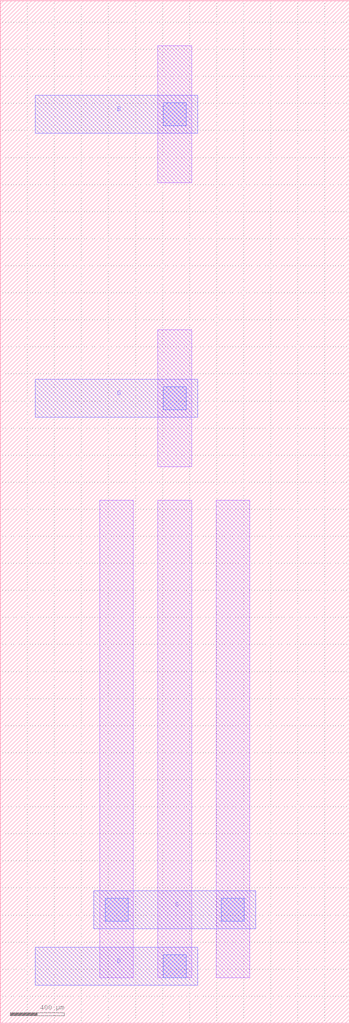
<source format=lef>
MACRO NMOS_4T_81744335_X1_Y1
  UNITS 
    DATABASE MICRONS UNITS 1000;
  END UNITS 
  ORIGIN 0 0 ;
  FOREIGN NMOS_4T_81744335_X1_Y1 0 0 ;
  SIZE 2580 BY 7560 ;
  PIN B
    DIRECTION INOUT ;
    USE SIGNAL ;
    PORT
      LAYER M2 ;
        RECT 260 6580 1460 6860 ;
    END
  END B
  PIN D
    DIRECTION INOUT ;
    USE SIGNAL ;
    PORT
      LAYER M2 ;
        RECT 260 280 1460 560 ;
    END
  END D
  PIN G
    DIRECTION INOUT ;
    USE SIGNAL ;
    PORT
      LAYER M2 ;
        RECT 260 4480 1460 4760 ;
    END
  END G
  PIN S
    DIRECTION INOUT ;
    USE SIGNAL ;
    PORT
      LAYER M2 ;
        RECT 690 700 1890 980 ;
    END
  END S
  OBS
    LAYER M1 ;
      RECT 1165 335 1415 3865 ;
    LAYER M1 ;
      RECT 1165 4115 1415 5125 ;
    LAYER M1 ;
      RECT 1165 6215 1415 7225 ;
    LAYER M1 ;
      RECT 735 335 985 3865 ;
    LAYER M1 ;
      RECT 1595 335 1845 3865 ;
    LAYER V1 ;
      RECT 1205 335 1375 505 ;
    LAYER V1 ;
      RECT 1205 4535 1375 4705 ;
    LAYER V1 ;
      RECT 1205 6635 1375 6805 ;
    LAYER V1 ;
      RECT 775 755 945 925 ;
    LAYER V1 ;
      RECT 1635 755 1805 925 ;
  END
END NMOS_4T_81744335_X1_Y1
MACRO PMOS_4T_13952555_X1_Y1
  UNITS 
    DATABASE MICRONS UNITS 1000;
  END UNITS 
  ORIGIN 0 0 ;
  FOREIGN PMOS_4T_13952555_X1_Y1 0 0 ;
  SIZE 2580 BY 7560 ;
  PIN B
    DIRECTION INOUT ;
    USE SIGNAL ;
    PORT
      LAYER M2 ;
        RECT 260 6580 1460 6860 ;
    END
  END B
  PIN D
    DIRECTION INOUT ;
    USE SIGNAL ;
    PORT
      LAYER M2 ;
        RECT 260 280 1460 560 ;
    END
  END D
  PIN G
    DIRECTION INOUT ;
    USE SIGNAL ;
    PORT
      LAYER M2 ;
        RECT 260 4480 1460 4760 ;
    END
  END G
  PIN S
    DIRECTION INOUT ;
    USE SIGNAL ;
    PORT
      LAYER M2 ;
        RECT 690 700 1890 980 ;
    END
  END S
  OBS
    LAYER M1 ;
      RECT 1165 335 1415 3865 ;
    LAYER M1 ;
      RECT 1165 4115 1415 5125 ;
    LAYER M1 ;
      RECT 1165 6215 1415 7225 ;
    LAYER M1 ;
      RECT 735 335 985 3865 ;
    LAYER M1 ;
      RECT 1595 335 1845 3865 ;
    LAYER V1 ;
      RECT 1205 335 1375 505 ;
    LAYER V1 ;
      RECT 1205 4535 1375 4705 ;
    LAYER V1 ;
      RECT 1205 6635 1375 6805 ;
    LAYER V1 ;
      RECT 775 755 945 925 ;
    LAYER V1 ;
      RECT 1635 755 1805 925 ;
  END
END PMOS_4T_13952555_X1_Y1

</source>
